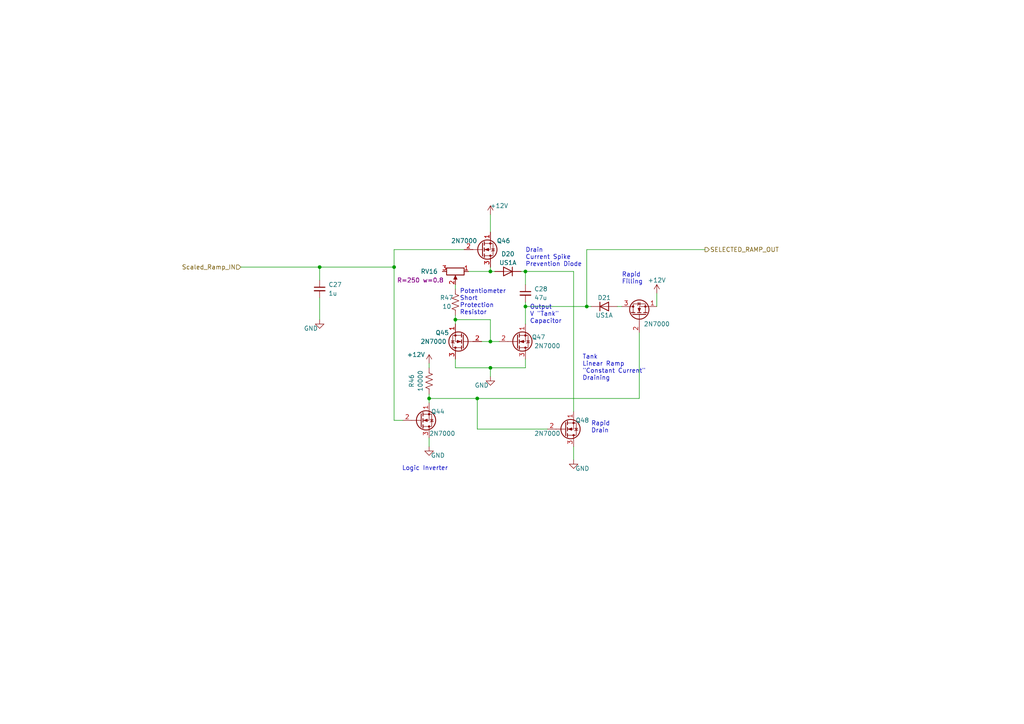
<source format=kicad_sch>
(kicad_sch (version 20231120) (generator "eeschema") (generator_version "8.0")
  (paper "A4")
  (lib_symbols
    (symbol "Device:C_Small" (pin_numbers hide) (pin_names (offset 0.254) hide)
      (property "Reference" "C" (at 0.254 1.778 0))
      (property "Value" "C_Small" (at 0.254 -2.032 0))
      (symbol "C_Small_0_1"
        (polyline (pts (xy -1.524 -0.508) (xy 1.524 -0.508)) (stroke (width 0.3302)))
        (polyline (pts (xy -1.524 0.508) (xy 1.524 0.508)) (stroke (width 0.3048)))
      )
      (symbol "C_Small_1_1"
        (pin passive line (at 0 2.54 270) (length 2.032) (name "~") (number "1"))
        (pin passive line (at 0 -2.54 90) (length 2.032) (name "~") (number "2"))
      )
    )
    (symbol "Device:R_Potentiometer" (pin_names (offset 1.016) hide)
      (property "Reference" "RV" (at -4.445 0 90))
      (property "Value" "R_Potentiometer" (at -2.54 0 90))
      (symbol "R_Potentiometer_0_1"
        (polyline (pts (xy 2.54 0) (xy 1.524 0)))
        (polyline (pts (xy 1.143 0) (xy 2.286 0.508) (xy 2.286 -0.508) (xy 1.143 0)) (fill (type outline)))
        (rectangle (start 1.016 2.54) (end -1.016 -2.54) (stroke (width 0.254)))
      )
      (symbol "R_Potentiometer_1_1"
        (pin passive line (at 0 3.81 270) (length 1.27) (name "1") (number "1"))
        (pin passive line (at 3.81 0 180) (length 1.27) (name "2") (number "2"))
        (pin passive line (at 0 -3.81 90) (length 1.27) (name "3") (number "3"))
      )
    )
    (symbol "Device:R_US" (pin_numbers hide) (pin_names (offset 0))
      (property "Reference" "R" (at 2.54 0 90))
      (property "Value" "R_US" (at -2.54 0 90))
      (symbol "R_US_0_1"
        (polyline (pts (xy 0 -2.286) (xy 0 -2.54)))
        (polyline (pts (xy 0 2.286) (xy 0 2.54)))
        (polyline (pts (xy 0 -0.762) (xy 1.016 -1.143) (xy 0 -1.524) (xy -1.016 -1.905) (xy 0 -2.286)))
        (polyline (pts (xy 0 0.762) (xy 1.016 0.381) (xy 0 0) (xy -1.016 -0.381) (xy 0 -0.762)))
        (polyline (pts (xy 0 2.286) (xy 1.016 1.905) (xy 0 1.524) (xy -1.016 1.143) (xy 0 0.762)))
      )
      (symbol "R_US_1_1"
        (pin passive line (at 0 3.81 270) (length 1.27) (name "~") (number "1"))
        (pin passive line (at 0 -3.81 90) (length 1.27) (name "~") (number "2"))
      )
    )
    (symbol "Diode:US1A" (pin_numbers hide) (pin_names hide)
      (property "Reference" "D" (at 0 2.54 0))
      (property "Value" "US1A" (at 0 -2.54 0))
      (symbol "US1A_0_1"
        (polyline (pts (xy -1.27 1.27) (xy -1.27 -1.27)) (stroke (width 0.254)))
        (polyline (pts (xy 1.27 0) (xy -1.27 0)))
        (polyline (pts (xy 1.27 1.27) (xy 1.27 -1.27) (xy -1.27 0) (xy 1.27 1.27)) (stroke (width 0.254)))
      )
      (symbol "US1A_1_1"
        (pin passive line (at -3.81 0 0) (length 2.54) (name "K") (number "1"))
        (pin passive line (at 3.81 0 180) (length 2.54) (name "A") (number "2"))
      )
    )
    (symbol "Transistor_FET:2N7000" (pin_names hide)
      (property "Reference" "Q" (at 5.08 1.905 0))
      (property "Value" "2N7000" (at 5.08 0 0))
      (symbol "2N7000_0_1"
        (polyline (pts (xy 0.254 0) (xy -2.54 0)))
        (polyline (pts (xy 0.254 1.905) (xy 0.254 -1.905)) (stroke (width 0.254)))
        (polyline (pts (xy 0.762 -1.27) (xy 0.762 -2.286)) (stroke (width 0.254)))
        (polyline (pts (xy 0.762 0.508) (xy 0.762 -0.508)) (stroke (width 0.254)))
        (polyline (pts (xy 0.762 2.286) (xy 0.762 1.27)) (stroke (width 0.254)))
        (polyline (pts (xy 2.54 2.54) (xy 2.54 1.778)))
        (polyline (pts (xy 2.54 -2.54) (xy 2.54 0) (xy 0.762 0)))
        (polyline (pts (xy 0.762 -1.778) (xy 3.302 -1.778) (xy 3.302 1.778) (xy 0.762 1.778)))
        (polyline (pts (xy 1.016 0) (xy 2.032 0.381) (xy 2.032 -0.381) (xy 1.016 0)) (fill (type outline)))
        (polyline (pts (xy 2.794 0.508) (xy 2.921 0.381) (xy 3.683 0.381) (xy 3.81 0.254)))
        (polyline (pts (xy 3.302 0.381) (xy 2.921 -0.254) (xy 3.683 -0.254) (xy 3.302 0.381)))
        (circle (center 1.651 0) (radius 2.794) (stroke (width 0.254)))
        (circle (center 2.54 -1.778) (radius 0.254) (fill (type outline)))
        (circle (center 2.54 1.778) (radius 0.254) (fill (type outline)))
      )
      (symbol "2N7000_1_1"
        (pin passive line (at 2.54 -5.08 90) (length 2.54) (name "S") (number "1"))
        (pin input line (at -5.08 0 0) (length 2.54) (name "G") (number "2"))
        (pin passive line (at 2.54 5.08 270) (length 2.54) (name "D") (number "3"))
      )
    )
    (symbol "power:+12V" (power) (pin_names (offset 0))
      (property "Value" "+12V" (at 0 3.556 0))
      (symbol "+12V_0_1"
        (polyline (pts (xy -0.762 1.27) (xy 0 2.54)))
        (polyline (pts (xy 0 0) (xy 0 2.54)))
        (polyline (pts (xy 0 2.54) (xy 0.762 1.27)))
      )
      (symbol "+12V_1_1"
        (pin power_in line (at 0 0 90) (length 0) hide (name "+12V") (number "1"))
      )
    )
    (symbol "power:GND" (power) (pin_names (offset 0))
      (property "Value" "GND" (at 0 -3.81 0))
      (symbol "GND_0_1"
        (polyline (pts (xy 0 0) (xy 0 -1.27) (xy 1.27 -1.27) (xy 0 -2.54) (xy -1.27 -1.27) (xy 0 -1.27)))
      )
      (symbol "GND_1_1"
        (pin power_in line (at 0 0 270) (length 0) hide (name "GND") (number "1"))
      )
    )
  )
  (junction (at 152.4 88.9))
  (junction (at 138.43 115.57))
  (junction (at 92.71 77.47))
  (junction (at 142.24 106.68))
  (junction (at 152.4 78.74))
  (junction (at 114.3 77.47))
  (junction (at 170.18 88.9))
  (junction (at 132.08 92.71))
  (junction (at 124.46 115.57))
  (junction (at 142.24 78.74))
  (junction (at 142.24 99.06))
  (wire (pts (xy 124.46 115.57) (xy 124.46 116.84)))
  (wire (pts (xy 114.3 77.47) (xy 114.3 121.92)))
  (wire (pts (xy 132.08 92.71) (xy 142.24 92.71)))
  (wire (pts (xy 142.24 106.68) (xy 152.4 106.68)))
  (wire (pts (xy 152.4 104.14) (xy 152.4 106.68)))
  (wire (pts (xy 92.71 77.47) (xy 114.3 77.47)))
  (wire (pts (xy 114.3 121.92) (xy 116.84 121.92)))
  (wire (pts (xy 142.24 62.23) (xy 142.24 67.31)))
  (wire (pts (xy 138.43 115.57) (xy 185.42 115.57)))
  (wire (pts (xy 132.08 93.98) (xy 132.08 92.71)))
  (wire (pts (xy 152.4 88.9) (xy 152.4 93.98)))
  (wire (pts (xy 158.75 124.46) (xy 138.43 124.46)))
  (wire (pts (xy 124.46 114.3) (xy 124.46 115.57)))
  (wire (pts (xy 142.24 106.68) (xy 142.24 109.22)))
  (wire (pts (xy 132.08 91.44) (xy 132.08 92.71)))
  (wire (pts (xy 143.51 78.74) (xy 142.24 78.74)))
  (wire (pts (xy 204.47 72.39) (xy 170.18 72.39)))
  (wire (pts (xy 152.4 78.74) (xy 151.13 78.74)))
  (wire (pts (xy 170.18 88.9) (xy 171.45 88.9)))
  (wire (pts (xy 124.46 115.57) (xy 138.43 115.57)))
  (wire (pts (xy 138.43 115.57) (xy 138.43 124.46)))
  (wire (pts (xy 69.85 77.47) (xy 92.71 77.47)))
  (wire (pts (xy 190.5 85.09) (xy 190.5 88.9)))
  (wire (pts (xy 152.4 87.63) (xy 152.4 88.9)))
  (wire (pts (xy 114.3 72.39) (xy 114.3 77.47)))
  (wire (pts (xy 132.08 106.68) (xy 132.08 104.14)))
  (wire (pts (xy 92.71 86.36) (xy 92.71 92.71)))
  (wire (pts (xy 142.24 92.71) (xy 142.24 99.06)))
  (wire (pts (xy 139.7 99.06) (xy 142.24 99.06)))
  (wire (pts (xy 134.62 72.39) (xy 114.3 72.39)))
  (wire (pts (xy 179.07 88.9) (xy 180.34 88.9)))
  (wire (pts (xy 132.08 106.68) (xy 142.24 106.68)))
  (wire (pts (xy 166.37 129.54) (xy 166.37 133.35)))
  (wire (pts (xy 166.37 78.74) (xy 152.4 78.74)))
  (wire (pts (xy 185.42 96.52) (xy 185.42 115.57)))
  (wire (pts (xy 142.24 78.74) (xy 135.89 78.74)))
  (wire (pts (xy 166.37 119.38) (xy 166.37 78.74)))
  (wire (pts (xy 142.24 99.06) (xy 144.78 99.06)))
  (wire (pts (xy 142.24 77.47) (xy 142.24 78.74)))
  (wire (pts (xy 124.46 105.41) (xy 124.46 106.68)))
  (wire (pts (xy 152.4 88.9) (xy 170.18 88.9)))
  (wire (pts (xy 92.71 77.47) (xy 92.71 81.28)))
  (wire (pts (xy 124.46 127) (xy 124.46 129.54)))
  (wire (pts (xy 170.18 72.39) (xy 170.18 88.9)))
  (wire (pts (xy 132.08 82.55) (xy 132.08 83.82)))
  (wire (pts (xy 152.4 78.74) (xy 152.4 82.55)))
  (text "Drain\nCurrent Spike\nPrevention Diode" (at 152.4 77.47 0) (effects (font (size 1.27 1.27)) (justify left bottom)))
  (text "Rapid\nFilling" (at 180.34 82.55 0) (effects (font (size 1.27 1.27)) (justify left bottom)))
  (text "Tank\nLinear Ramp\n\"Constant Current\"\nDraining" (at 168.91 110.49 0) (effects (font (size 1.27 1.27)) (justify left bottom)))
  (text "Output\nV \"Tank\"\nCapacitor" (at 153.67 93.98 0) (effects (font (size 1.27 1.27)) (justify left bottom)))
  (text "Potentiometer\nShort\nProtection\nResistor" (at 133.35 91.44 0) (effects (font (size 1.27 1.27)) (justify left bottom)))
  (text "Logic Inverter" (at 116.586 136.652 0) (effects (font (size 1.27 1.27)) (justify left bottom)))
  (text "Rapid\nDrain" (at 171.45 125.73 0) (effects (font (size 1.27 1.27)) (justify left bottom)))
  (hierarchical_label "SELECTED_RAMP_OUT" (shape output) (at 204.47 72.39 0))
  (hierarchical_label "Scaled_Ramp_IN" (shape input) (at 69.85 77.47 180))
  (symbol (lib_id "Diode:US1A") (at 147.32 78.74 0) (mirror y) (unit 1)
    (property "Reference" "D20" (at 147.32 73.66 0))
    (property "Value" "US1A" (at 147.32 76.2 0))
    (property "Footprint" "Diode_SMD:D_SMA" (effects (hide yes)))
    (property "Datasheet" "https://www.diodes.com/assets/Datasheets/ds16008.pdf" (effects (hide yes)))
    (property "Sim.Device" "D" (effects (hide yes)))
    (property "Sim.Pins" "1=K 2=A" (effects (hide yes)))
    (property "Sim.Params" "cjo=20p" (effects (hide yes)))
    (instances (project "crtDriver" (path "" (reference "D20") (unit 1)) (path "" (reference "D16") (unit 1)) (path "" (reference "D18") (unit 1)) (path "" (reference "D14") (unit 1))))
  )
  (symbol (lib_id "Device:R_Potentiometer") (at 132.08 78.74 270) (unit 1)
    (property "Reference" "RV16" (at 127 78.74 90) (effects (justify right)))
    (property "Value" "250" (effects (hide yes)))
    (property "Footprint" "Potentiometer_SMD:Potentiometer_Bourns_TC33X_Vertical" (effects (hide yes)))
    (property "Sim.Library" "potentiometer.lib" (effects (hide yes)))
    (property "Sim.Name" "potentiometer" (effects (hide yes)))
    (property "Sim.Device" "SUBCKT" (effects (hide yes)))
    (property "Sim.Pins" "1=1 2=2 3=3" (effects (hide yes)))
    (property "Sim.Params" "R=250 w=0.8" (at 121.92 81.28 90))
    (instances (project "crtDriver" (path "" (reference "RV16") (unit 1)) (path "" (reference "RV15") (unit 1)) (path "" (reference "RV9") (unit 1)) (path "" (reference "RV14") (unit 1))))
  )
  (symbol (lib_id "Transistor_FET:2N7000") (at 139.7 72.39 0) (mirror x) (unit 1)
    (property "Reference" "Q46" (at 146.05 69.85 0))
    (property "Value" "2N7000" (at 134.62 69.85 0))
    (property "Footprint" "Package_TO_SOT_SMD:SOT-23" (effects (hide yes)))
    (property "Datasheet" "https://www.vishay.com/docs/70226/70226.pdf" (effects (hide yes)))
    (property "Sim.Library" "2n7000.lib" (effects (hide yes)))
    (property "Sim.Name" "MN7000" (effects (hide yes)))
    (property "Sim.Device" "NMOS" (effects (hide yes)))
    (property "Sim.Type" "MOS1" (effects (hide yes)))
    (property "Sim.Pins" "1=D 2=G 3=S" (effects (hide yes)))
    (instances (project "crtDriver" (path "" (reference "Q46") (unit 1)) (path "" (reference "Q34") (unit 1)) (path "" (reference "Q40") (unit 1)) (path "" (reference "Q30") (unit 1))))
  )
  (symbol (lib_id "power:GND") (at 166.37 133.35 0) (unit 1)
    (property "Reference" "#PWR0112" (effects (hide yes)))
    (property "Value" "GND" (at 168.91 135.89 0))
    (property "Sim.Device" "V" (effects (hide yes)))
    (property "Sim.Type" "DC" (effects (hide yes)))
    (property "Sim.Pins" "1=+" (effects (hide yes)))
    (property "Sim.Params" "dc=0" (effects (hide yes)))
    (instances (project "crtDriver" (path "" (reference "#PWR0112") (unit 1)) (path "" (reference "#PWR096") (unit 1)) (path "" (reference "#PWR0104") (unit 1)) (path "" (reference "#PWR089") (unit 1))))
  )
  (symbol (lib_id "power:+12V") (at 142.24 62.23 0) (unit 1)
    (property "Reference" "#PWR0110" (effects (hide yes)))
    (property "Value" "+12V" (at 144.78 59.69 0))
    (instances (project "crtDriver" (path "" (reference "#PWR0110") (unit 1)) (path "" (reference "#PWR094") (unit 1)) (path "" (reference "#PWR0102") (unit 1)) (path "" (reference "#PWR088") (unit 1))))
  )
  (symbol (lib_id "power:+12V") (at 190.5 85.09 0) (unit 1)
    (property "Reference" "#PWR0113" (effects (hide yes)))
    (property "Value" "+12V" (at 190.5 81.28 0))
    (instances (project "crtDriver" (path "" (reference "#PWR0113") (unit 1)) (path "" (reference "#PWR097") (unit 1)) (path "" (reference "#PWR0105") (unit 1)) (path "" (reference "#PWR090") (unit 1))))
  )
  (symbol (lib_id "Diode:US1A") (at 175.26 88.9 0) (unit 1)
    (property "Reference" "D21" (at 175.26 86.36 0))
    (property "Value" "US1A" (at 175.26 91.44 0))
    (property "Footprint" "Diode_SMD:D_SMA" (effects (hide yes)))
    (property "Datasheet" "https://www.diodes.com/assets/Datasheets/ds16008.pdf" (effects (hide yes)))
    (property "Sim.Device" "D" (effects (hide yes)))
    (property "Sim.Pins" "1=K 2=A" (effects (hide yes)))
    (property "Sim.Params" "cjo=20p" (effects (hide yes)))
    (instances (project "crtDriver" (path "" (reference "D21") (unit 1)) (path "" (reference "D17") (unit 1)) (path "" (reference "D19") (unit 1)) (path "" (reference "D15") (unit 1))))
  )
  (symbol (lib_id "Device:R_US") (at 124.46 110.49 0) (unit 1)
    (property "Reference" "R46" (at 119.38 110.49 90))
    (property "Value" "10000" (at 121.92 110.49 90))
    (property "Footprint" "Resistor_SMD:R_0603_1608Metric" (effects (hide yes)))
    (instances (project "crtDriver" (path "" (reference "R46") (unit 1)) (path "" (reference "R40") (unit 1)) (path "" (reference "R44") (unit 1)) (path "" (reference "R42") (unit 1))))
  )
  (symbol (lib_id "power:GND") (at 124.46 129.54 0) (unit 1)
    (property "Reference" "#PWR0109" (effects (hide yes)))
    (property "Value" "GND" (at 127 132.08 0))
    (property "Sim.Device" "V" (effects (hide yes)))
    (property "Sim.Type" "DC" (effects (hide yes)))
    (property "Sim.Pins" "1=+" (effects (hide yes)))
    (property "Sim.Params" "dc=0" (effects (hide yes)))
    (instances (project "crtDriver" (path "" (reference "#PWR0109") (unit 1)) (path "" (reference "#PWR093") (unit 1)) (path "" (reference "#PWR0101") (unit 1)) (path "" (reference "#PWR087") (unit 1))))
  )
  (symbol (lib_id "power:+12V") (at 124.46 105.41 0) (unit 1)
    (property "Reference" "#PWR0108" (effects (hide yes)))
    (property "Value" "+12V" (at 120.65 102.87 0))
    (instances (project "crtDriver" (path "" (reference "#PWR0108") (unit 1)) (path "" (reference "#PWR092") (unit 1)) (path "" (reference "#PWR0100") (unit 1)) (path "" (reference "#PWR081") (unit 1))))
  )
  (symbol (lib_id "Transistor_FET:2N7000") (at 149.86 99.06 0) (mirror x) (unit 1)
    (property "Reference" "Q47" (at 156.21 97.79 0))
    (property "Value" "2N7000" (at 158.75 100.33 0))
    (property "Footprint" "Package_TO_SOT_SMD:SOT-23" (effects (hide yes)))
    (property "Datasheet" "https://www.vishay.com/docs/70226/70226.pdf" (effects (hide yes)))
    (property "Sim.Device" "NMOS" (effects (hide yes)))
    (property "Sim.Pins" "1=D 2=G 3=S" (effects (hide yes)))
    (property "Sim.Library" "2n7000.lib" (effects (hide yes)))
    (property "Sim.Name" "MN7000" (effects (hide yes)))
    (property "Sim.Type" "MOS1" (effects (hide yes)))
    (instances (project "crtDriver" (path "" (reference "Q47") (unit 1)) (path "" (reference "Q35") (unit 1)) (path "" (reference "Q41") (unit 1)) (path "" (reference "Q28") (unit 1))))
  )
  (symbol (lib_id "power:GND") (at 92.71 92.71 0) (unit 1)
    (property "Reference" "#PWR0107" (effects (hide yes)))
    (property "Value" "GND" (at 90.17 95.25 0))
    (property "Sim.Device" "V" (effects (hide yes)))
    (property "Sim.Type" "DC" (effects (hide yes)))
    (property "Sim.Pins" "1=+" (effects (hide yes)))
    (property "Sim.Params" "dc=0" (effects (hide yes)))
    (instances (project "crtDriver" (path "" (reference "#PWR0107") (unit 1)) (path "" (reference "#PWR091") (unit 1)) (path "" (reference "#PWR099") (unit 1)) (path "" (reference "#PWR086") (unit 1))))
  )
  (symbol (lib_id "Transistor_FET:2N7000") (at 121.92 121.92 0) (mirror x) (unit 1)
    (property "Reference" "Q44" (at 127 119.38 0))
    (property "Value" "2N7000" (at 128.27 125.73 0))
    (property "Footprint" "Package_TO_SOT_SMD:SOT-23" (effects (hide yes)))
    (property "Datasheet" "https://www.vishay.com/docs/70226/70226.pdf" (effects (hide yes)))
    (property "Sim.Device" "NMOS" (effects (hide yes)))
    (property "Sim.Pins" "1=D 2=G 3=S" (effects (hide yes)))
    (property "Sim.Library" "2n7000.lib" (effects (hide yes)))
    (property "Sim.Name" "MN7000" (effects (hide yes)))
    (property "Sim.Type" "MOS1" (effects (hide yes)))
    (instances (project "crtDriver" (path "" (reference "Q44") (unit 1)) (path "" (reference "Q26") (unit 1)) (path "" (reference "Q38") (unit 1)) (path "" (reference "Q29") (unit 1))))
  )
  (symbol (lib_id "power:GND") (at 142.24 109.22 0) (unit 1)
    (property "Reference" "#PWR0111" (effects (hide yes)))
    (property "Value" "GND" (at 139.7 111.76 0))
    (property "Sim.Device" "V" (effects (hide yes)))
    (property "Sim.Type" "DC" (effects (hide yes)))
    (property "Sim.Pins" "1=+" (effects (hide yes)))
    (property "Sim.Params" "dc=0" (effects (hide yes)))
    (instances (project "crtDriver" (path "" (reference "#PWR0111") (unit 1)) (path "" (reference "#PWR095") (unit 1)) (path "" (reference "#PWR0103") (unit 1)) (path "" (reference "#PWR085") (unit 1))))
  )
  (symbol (lib_id "Transistor_FET:2N7000") (at 163.83 124.46 0) (mirror x) (unit 1)
    (property "Reference" "Q48" (at 168.91 121.92 0))
    (property "Value" "2N7000" (at 158.75 125.73 0))
    (property "Footprint" "Package_TO_SOT_SMD:SOT-23" (effects (hide yes)))
    (property "Datasheet" "https://www.vishay.com/docs/70226/70226.pdf" (effects (hide yes)))
    (property "Sim.Device" "NMOS" (effects (hide yes)))
    (property "Sim.Pins" "1=D 2=G 3=S" (effects (hide yes)))
    (property "Sim.Library" "2n7000.lib" (effects (hide yes)))
    (property "Sim.Name" "MN7000" (effects (hide yes)))
    (property "Sim.Type" "MOS1" (effects (hide yes)))
    (instances (project "crtDriver" (path "" (reference "Q48") (unit 1)) (path "" (reference "Q36") (unit 1)) (path "" (reference "Q42") (unit 1)) (path "" (reference "Q31") (unit 1))))
  )
  (symbol (lib_id "Transistor_FET:2N7000") (at 185.42 91.44 90) (unit 1)
    (property "Reference" "Q49" (effects (hide yes)))
    (property "Value" "2N7000" (at 190.5 93.98 90))
    (property "Footprint" "Package_TO_SOT_SMD:SOT-23" (effects (hide yes)))
    (property "Datasheet" "https://www.vishay.com/docs/70226/70226.pdf" (effects (hide yes)))
    (property "Sim.Device" "NMOS" (effects (hide yes)))
    (property "Sim.Pins" "1=D 2=G 3=S" (effects (hide yes)))
    (property "Sim.Library" "2n7000.lib" (effects (hide yes)))
    (property "Sim.Name" "MN7000" (effects (hide yes)))
    (property "Sim.Type" "MOS1" (effects (hide yes)))
    (instances (project "crtDriver" (path "" (reference "Q49") (unit 1)) (path "" (reference "Q37") (unit 1)) (path "" (reference "Q43") (unit 1)) (path "" (reference "Q32") (unit 1))))
  )
  (symbol (lib_id "Device:R_US") (at 132.08 87.63 0) (unit 1)
    (property "Reference" "R47" (at 129.54 86.36 0))
    (property "Value" "10" (at 128.27 88.9 0) (effects (justify left)))
    (property "Footprint" "Resistor_SMD:R_1210_3225Metric" (effects (hide yes)))
    (instances (project "crtDriver" (path "" (reference "R47") (unit 1)) (path "" (reference "R43") (unit 1)) (path "" (reference "R45") (unit 1)) (path "" (reference "R41") (unit 1))))
  )
  (symbol (lib_id "Device:C_Small") (at 152.4 85.09 0) (unit 1)
    (property "Reference" "C28" (at 154.94 83.8263 0) (effects (justify left)))
    (property "Value" "47u" (at 154.94 86.3663 0) (effects (justify left)))
    (property "Footprint" "Capacitor_SMD:C_1206_3216Metric" (effects (hide yes)))
    (instances (project "crtDriver" (path "" (reference "C28") (unit 1)) (path "" (reference "C24") (unit 1)) (path "" (reference "C26") (unit 1)) (path "" (reference "C21") (unit 1))))
  )
  (symbol (lib_id "Transistor_FET:2N7000") (at 134.62 99.06 180) (unit 1)
    (property "Reference" "Q45" (at 128.27 96.52 0))
    (property "Value" "2N7000" (at 125.73 99.06 0))
    (property "Footprint" "Package_TO_SOT_SMD:SOT-23" (effects (hide yes)))
    (property "Datasheet" "https://www.vishay.com/docs/70226/70226.pdf" (effects (hide yes)))
    (property "Sim.Device" "NMOS" (effects (hide yes)))
    (property "Sim.Pins" "1=D 2=G 3=S" (effects (hide yes)))
    (property "Sim.Library" "2n7000.lib" (effects (hide yes)))
    (property "Sim.Name" "MN7000" (effects (hide yes)))
    (property "Sim.Type" "MOS1" (effects (hide yes)))
    (instances (project "crtDriver" (path "" (reference "Q45") (unit 1)) (path "" (reference "Q33") (unit 1)) (path "" (reference "Q39") (unit 1)) (path "" (reference "Q27") (unit 1))))
  )
  (symbol (lib_id "Device:C_Small") (at 92.71 83.82 0) (unit 1)
    (property "Reference" "C27" (at 95.25 82.5563 0) (effects (justify left)))
    (property "Value" "1u" (at 95.25 85.0963 0) (effects (justify left)))
    (property "Footprint" "Capacitor_SMD:C_1206_3216Metric" (effects (hide yes)))
    (instances (project "crtDriver" (path "" (reference "C27") (unit 1)) (path "" (reference "C23") (unit 1)) (path "" (reference "C25") (unit 1)) (path "" (reference "C22") (unit 1))))
  )
)
</source>
